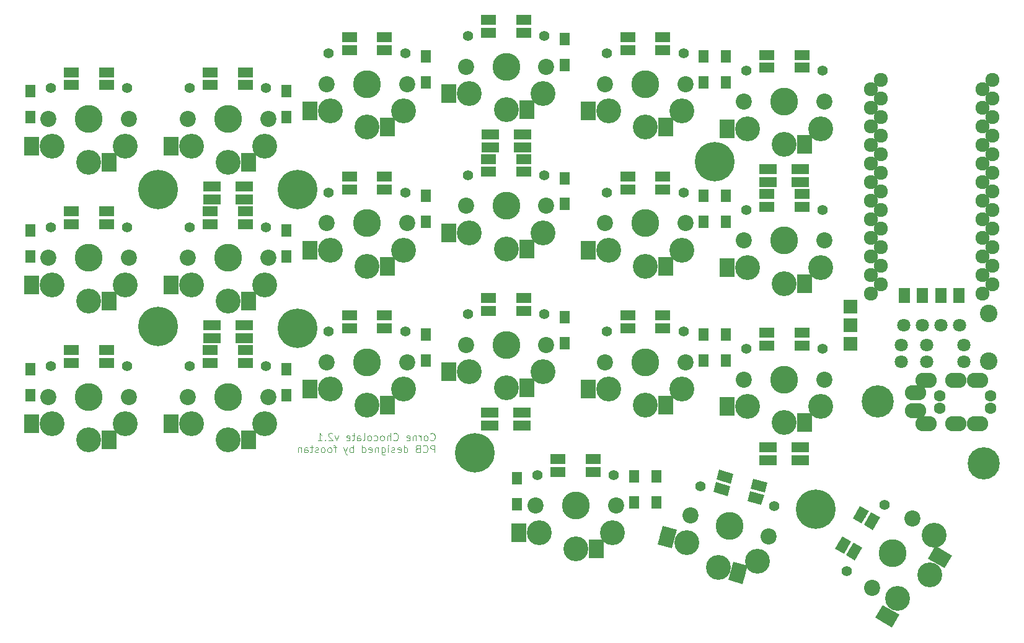
<source format=gbr>
G04 #@! TF.GenerationSoftware,KiCad,Pcbnew,(5.1.4)-1*
G04 #@! TF.CreationDate,2023-05-04T11:41:47-04:00*
G04 #@! TF.ProjectId,corne-chocolate,636f726e-652d-4636-986f-636f6c617465,2.1*
G04 #@! TF.SameCoordinates,Original*
G04 #@! TF.FileFunction,Soldermask,Bot*
G04 #@! TF.FilePolarity,Negative*
%FSLAX46Y46*%
G04 Gerber Fmt 4.6, Leading zero omitted, Abs format (unit mm)*
G04 Created by KiCad (PCBNEW (5.1.4)-1) date 2023-05-04 11:41:47*
%MOMM*%
%LPD*%
G04 APERTURE LIST*
%ADD10C,0.125000*%
%ADD11C,2.200000*%
%ADD12C,3.800000*%
%ADD13C,3.400000*%
%ADD14C,2.000000*%
%ADD15C,0.100000*%
%ADD16C,1.400000*%
%ADD17R,2.000000X2.600000*%
%ADD18C,1.600000*%
%ADD19O,2.900000X2.100000*%
%ADD20R,2.400000X1.400000*%
%ADD21R,2.000000X1.400000*%
%ADD22C,1.924000*%
%ADD23R,1.350000X1.700000*%
%ADD24C,1.797000*%
%ADD25R,1.543000X1.035000*%
%ADD26R,1.924000X1.924000*%
%ADD27C,5.400000*%
%ADD28C,4.400000*%
%ADD29C,2.400000*%
G04 APERTURE END LIST*
D10*
X116659226Y-120994642D02*
X116706845Y-121042261D01*
X116849702Y-121089880D01*
X116944940Y-121089880D01*
X117087797Y-121042261D01*
X117183035Y-120947023D01*
X117230654Y-120851785D01*
X117278273Y-120661309D01*
X117278273Y-120518452D01*
X117230654Y-120327976D01*
X117183035Y-120232738D01*
X117087797Y-120137500D01*
X116944940Y-120089880D01*
X116849702Y-120089880D01*
X116706845Y-120137500D01*
X116659226Y-120185119D01*
X116087797Y-121089880D02*
X116183035Y-121042261D01*
X116230654Y-120994642D01*
X116278273Y-120899404D01*
X116278273Y-120613690D01*
X116230654Y-120518452D01*
X116183035Y-120470833D01*
X116087797Y-120423214D01*
X115944940Y-120423214D01*
X115849702Y-120470833D01*
X115802083Y-120518452D01*
X115754464Y-120613690D01*
X115754464Y-120899404D01*
X115802083Y-120994642D01*
X115849702Y-121042261D01*
X115944940Y-121089880D01*
X116087797Y-121089880D01*
X115325892Y-121089880D02*
X115325892Y-120423214D01*
X115325892Y-120613690D02*
X115278273Y-120518452D01*
X115230654Y-120470833D01*
X115135416Y-120423214D01*
X115040178Y-120423214D01*
X114706845Y-120423214D02*
X114706845Y-121089880D01*
X114706845Y-120518452D02*
X114659226Y-120470833D01*
X114563988Y-120423214D01*
X114421130Y-120423214D01*
X114325892Y-120470833D01*
X114278273Y-120566071D01*
X114278273Y-121089880D01*
X113421130Y-121042261D02*
X113516369Y-121089880D01*
X113706845Y-121089880D01*
X113802083Y-121042261D01*
X113849702Y-120947023D01*
X113849702Y-120566071D01*
X113802083Y-120470833D01*
X113706845Y-120423214D01*
X113516369Y-120423214D01*
X113421130Y-120470833D01*
X113373511Y-120566071D01*
X113373511Y-120661309D01*
X113849702Y-120756547D01*
X111611607Y-120994642D02*
X111659226Y-121042261D01*
X111802083Y-121089880D01*
X111897321Y-121089880D01*
X112040178Y-121042261D01*
X112135416Y-120947023D01*
X112183035Y-120851785D01*
X112230654Y-120661309D01*
X112230654Y-120518452D01*
X112183035Y-120327976D01*
X112135416Y-120232738D01*
X112040178Y-120137500D01*
X111897321Y-120089880D01*
X111802083Y-120089880D01*
X111659226Y-120137500D01*
X111611607Y-120185119D01*
X111183035Y-121089880D02*
X111183035Y-120089880D01*
X110754464Y-121089880D02*
X110754464Y-120566071D01*
X110802083Y-120470833D01*
X110897321Y-120423214D01*
X111040178Y-120423214D01*
X111135416Y-120470833D01*
X111183035Y-120518452D01*
X110135416Y-121089880D02*
X110230654Y-121042261D01*
X110278273Y-120994642D01*
X110325892Y-120899404D01*
X110325892Y-120613690D01*
X110278273Y-120518452D01*
X110230654Y-120470833D01*
X110135416Y-120423214D01*
X109992559Y-120423214D01*
X109897321Y-120470833D01*
X109849702Y-120518452D01*
X109802083Y-120613690D01*
X109802083Y-120899404D01*
X109849702Y-120994642D01*
X109897321Y-121042261D01*
X109992559Y-121089880D01*
X110135416Y-121089880D01*
X108944940Y-121042261D02*
X109040178Y-121089880D01*
X109230654Y-121089880D01*
X109325892Y-121042261D01*
X109373511Y-120994642D01*
X109421130Y-120899404D01*
X109421130Y-120613690D01*
X109373511Y-120518452D01*
X109325892Y-120470833D01*
X109230654Y-120423214D01*
X109040178Y-120423214D01*
X108944940Y-120470833D01*
X108373511Y-121089880D02*
X108468750Y-121042261D01*
X108516369Y-120994642D01*
X108563988Y-120899404D01*
X108563988Y-120613690D01*
X108516369Y-120518452D01*
X108468750Y-120470833D01*
X108373511Y-120423214D01*
X108230654Y-120423214D01*
X108135416Y-120470833D01*
X108087797Y-120518452D01*
X108040178Y-120613690D01*
X108040178Y-120899404D01*
X108087797Y-120994642D01*
X108135416Y-121042261D01*
X108230654Y-121089880D01*
X108373511Y-121089880D01*
X107468750Y-121089880D02*
X107563988Y-121042261D01*
X107611607Y-120947023D01*
X107611607Y-120089880D01*
X106659226Y-121089880D02*
X106659226Y-120566071D01*
X106706845Y-120470833D01*
X106802083Y-120423214D01*
X106992559Y-120423214D01*
X107087797Y-120470833D01*
X106659226Y-121042261D02*
X106754464Y-121089880D01*
X106992559Y-121089880D01*
X107087797Y-121042261D01*
X107135416Y-120947023D01*
X107135416Y-120851785D01*
X107087797Y-120756547D01*
X106992559Y-120708928D01*
X106754464Y-120708928D01*
X106659226Y-120661309D01*
X106325892Y-120423214D02*
X105944940Y-120423214D01*
X106183035Y-120089880D02*
X106183035Y-120947023D01*
X106135416Y-121042261D01*
X106040178Y-121089880D01*
X105944940Y-121089880D01*
X105230654Y-121042261D02*
X105325892Y-121089880D01*
X105516369Y-121089880D01*
X105611607Y-121042261D01*
X105659226Y-120947023D01*
X105659226Y-120566071D01*
X105611607Y-120470833D01*
X105516369Y-120423214D01*
X105325892Y-120423214D01*
X105230654Y-120470833D01*
X105183035Y-120566071D01*
X105183035Y-120661309D01*
X105659226Y-120756547D01*
X104087797Y-120423214D02*
X103849702Y-121089880D01*
X103611607Y-120423214D01*
X103278273Y-120185119D02*
X103230654Y-120137500D01*
X103135416Y-120089880D01*
X102897321Y-120089880D01*
X102802083Y-120137500D01*
X102754464Y-120185119D01*
X102706845Y-120280357D01*
X102706845Y-120375595D01*
X102754464Y-120518452D01*
X103325892Y-121089880D01*
X102706845Y-121089880D01*
X102278273Y-120994642D02*
X102230654Y-121042261D01*
X102278273Y-121089880D01*
X102325892Y-121042261D01*
X102278273Y-120994642D01*
X102278273Y-121089880D01*
X101278273Y-121089880D02*
X101849702Y-121089880D01*
X101563988Y-121089880D02*
X101563988Y-120089880D01*
X101659226Y-120232738D01*
X101754464Y-120327976D01*
X101849702Y-120375595D01*
X117230654Y-122714880D02*
X117230654Y-121714880D01*
X116849702Y-121714880D01*
X116754464Y-121762500D01*
X116706845Y-121810119D01*
X116659226Y-121905357D01*
X116659226Y-122048214D01*
X116706845Y-122143452D01*
X116754464Y-122191071D01*
X116849702Y-122238690D01*
X117230654Y-122238690D01*
X115659226Y-122619642D02*
X115706845Y-122667261D01*
X115849702Y-122714880D01*
X115944940Y-122714880D01*
X116087797Y-122667261D01*
X116183035Y-122572023D01*
X116230654Y-122476785D01*
X116278273Y-122286309D01*
X116278273Y-122143452D01*
X116230654Y-121952976D01*
X116183035Y-121857738D01*
X116087797Y-121762500D01*
X115944940Y-121714880D01*
X115849702Y-121714880D01*
X115706845Y-121762500D01*
X115659226Y-121810119D01*
X114897321Y-122191071D02*
X114754464Y-122238690D01*
X114706845Y-122286309D01*
X114659226Y-122381547D01*
X114659226Y-122524404D01*
X114706845Y-122619642D01*
X114754464Y-122667261D01*
X114849702Y-122714880D01*
X115230654Y-122714880D01*
X115230654Y-121714880D01*
X114897321Y-121714880D01*
X114802083Y-121762500D01*
X114754464Y-121810119D01*
X114706845Y-121905357D01*
X114706845Y-122000595D01*
X114754464Y-122095833D01*
X114802083Y-122143452D01*
X114897321Y-122191071D01*
X115230654Y-122191071D01*
X113040178Y-122714880D02*
X113040178Y-121714880D01*
X113040178Y-122667261D02*
X113135416Y-122714880D01*
X113325892Y-122714880D01*
X113421130Y-122667261D01*
X113468750Y-122619642D01*
X113516369Y-122524404D01*
X113516369Y-122238690D01*
X113468750Y-122143452D01*
X113421130Y-122095833D01*
X113325892Y-122048214D01*
X113135416Y-122048214D01*
X113040178Y-122095833D01*
X112183035Y-122667261D02*
X112278273Y-122714880D01*
X112468750Y-122714880D01*
X112563988Y-122667261D01*
X112611607Y-122572023D01*
X112611607Y-122191071D01*
X112563988Y-122095833D01*
X112468750Y-122048214D01*
X112278273Y-122048214D01*
X112183035Y-122095833D01*
X112135416Y-122191071D01*
X112135416Y-122286309D01*
X112611607Y-122381547D01*
X111754464Y-122667261D02*
X111659226Y-122714880D01*
X111468750Y-122714880D01*
X111373511Y-122667261D01*
X111325892Y-122572023D01*
X111325892Y-122524404D01*
X111373511Y-122429166D01*
X111468750Y-122381547D01*
X111611607Y-122381547D01*
X111706845Y-122333928D01*
X111754464Y-122238690D01*
X111754464Y-122191071D01*
X111706845Y-122095833D01*
X111611607Y-122048214D01*
X111468750Y-122048214D01*
X111373511Y-122095833D01*
X110897321Y-122714880D02*
X110897321Y-122048214D01*
X110897321Y-121714880D02*
X110944940Y-121762500D01*
X110897321Y-121810119D01*
X110849702Y-121762500D01*
X110897321Y-121714880D01*
X110897321Y-121810119D01*
X109992559Y-122048214D02*
X109992559Y-122857738D01*
X110040178Y-122952976D01*
X110087797Y-123000595D01*
X110183035Y-123048214D01*
X110325892Y-123048214D01*
X110421130Y-123000595D01*
X109992559Y-122667261D02*
X110087797Y-122714880D01*
X110278273Y-122714880D01*
X110373511Y-122667261D01*
X110421130Y-122619642D01*
X110468750Y-122524404D01*
X110468750Y-122238690D01*
X110421130Y-122143452D01*
X110373511Y-122095833D01*
X110278273Y-122048214D01*
X110087797Y-122048214D01*
X109992559Y-122095833D01*
X109516369Y-122048214D02*
X109516369Y-122714880D01*
X109516369Y-122143452D02*
X109468750Y-122095833D01*
X109373511Y-122048214D01*
X109230654Y-122048214D01*
X109135416Y-122095833D01*
X109087797Y-122191071D01*
X109087797Y-122714880D01*
X108230654Y-122667261D02*
X108325892Y-122714880D01*
X108516369Y-122714880D01*
X108611607Y-122667261D01*
X108659226Y-122572023D01*
X108659226Y-122191071D01*
X108611607Y-122095833D01*
X108516369Y-122048214D01*
X108325892Y-122048214D01*
X108230654Y-122095833D01*
X108183035Y-122191071D01*
X108183035Y-122286309D01*
X108659226Y-122381547D01*
X107325892Y-122714880D02*
X107325892Y-121714880D01*
X107325892Y-122667261D02*
X107421130Y-122714880D01*
X107611607Y-122714880D01*
X107706845Y-122667261D01*
X107754464Y-122619642D01*
X107802083Y-122524404D01*
X107802083Y-122238690D01*
X107754464Y-122143452D01*
X107706845Y-122095833D01*
X107611607Y-122048214D01*
X107421130Y-122048214D01*
X107325892Y-122095833D01*
X106087797Y-122714880D02*
X106087797Y-121714880D01*
X106087797Y-122095833D02*
X105992559Y-122048214D01*
X105802083Y-122048214D01*
X105706845Y-122095833D01*
X105659226Y-122143452D01*
X105611607Y-122238690D01*
X105611607Y-122524404D01*
X105659226Y-122619642D01*
X105706845Y-122667261D01*
X105802083Y-122714880D01*
X105992559Y-122714880D01*
X106087797Y-122667261D01*
X105278273Y-122048214D02*
X105040178Y-122714880D01*
X104802083Y-122048214D02*
X105040178Y-122714880D01*
X105135416Y-122952976D01*
X105183035Y-123000595D01*
X105278273Y-123048214D01*
X103802083Y-122048214D02*
X103421130Y-122048214D01*
X103659226Y-122714880D02*
X103659226Y-121857738D01*
X103611607Y-121762500D01*
X103516369Y-121714880D01*
X103421130Y-121714880D01*
X102944940Y-122714880D02*
X103040178Y-122667261D01*
X103087797Y-122619642D01*
X103135416Y-122524404D01*
X103135416Y-122238690D01*
X103087797Y-122143452D01*
X103040178Y-122095833D01*
X102944940Y-122048214D01*
X102802083Y-122048214D01*
X102706845Y-122095833D01*
X102659226Y-122143452D01*
X102611607Y-122238690D01*
X102611607Y-122524404D01*
X102659226Y-122619642D01*
X102706845Y-122667261D01*
X102802083Y-122714880D01*
X102944940Y-122714880D01*
X102040178Y-122714880D02*
X102135416Y-122667261D01*
X102183035Y-122619642D01*
X102230654Y-122524404D01*
X102230654Y-122238690D01*
X102183035Y-122143452D01*
X102135416Y-122095833D01*
X102040178Y-122048214D01*
X101897321Y-122048214D01*
X101802083Y-122095833D01*
X101754464Y-122143452D01*
X101706845Y-122238690D01*
X101706845Y-122524404D01*
X101754464Y-122619642D01*
X101802083Y-122667261D01*
X101897321Y-122714880D01*
X102040178Y-122714880D01*
X101325892Y-122667261D02*
X101230654Y-122714880D01*
X101040178Y-122714880D01*
X100944940Y-122667261D01*
X100897321Y-122572023D01*
X100897321Y-122524404D01*
X100944940Y-122429166D01*
X101040178Y-122381547D01*
X101183035Y-122381547D01*
X101278273Y-122333928D01*
X101325892Y-122238690D01*
X101325892Y-122191071D01*
X101278273Y-122095833D01*
X101183035Y-122048214D01*
X101040178Y-122048214D01*
X100944940Y-122095833D01*
X100611607Y-122048214D02*
X100230654Y-122048214D01*
X100468750Y-121714880D02*
X100468750Y-122572023D01*
X100421130Y-122667261D01*
X100325892Y-122714880D01*
X100230654Y-122714880D01*
X99468750Y-122714880D02*
X99468750Y-122191071D01*
X99516369Y-122095833D01*
X99611607Y-122048214D01*
X99802083Y-122048214D01*
X99897321Y-122095833D01*
X99468750Y-122667261D02*
X99563988Y-122714880D01*
X99802083Y-122714880D01*
X99897321Y-122667261D01*
X99944940Y-122572023D01*
X99944940Y-122476785D01*
X99897321Y-122381547D01*
X99802083Y-122333928D01*
X99563988Y-122333928D01*
X99468750Y-122286309D01*
X98992559Y-122048214D02*
X98992559Y-122714880D01*
X98992559Y-122143452D02*
X98944940Y-122095833D01*
X98849702Y-122048214D01*
X98706845Y-122048214D01*
X98611607Y-122095833D01*
X98563988Y-122191071D01*
X98563988Y-122714880D01*
D11*
X182500000Y-131736860D03*
X177000000Y-141263140D03*
D12*
X179750000Y-136500000D03*
D13*
X184859550Y-139450000D03*
X180454294Y-142680127D03*
D14*
X186259550Y-137025129D03*
D15*
G36*
X185633717Y-135509104D02*
G01*
X187885383Y-136809104D01*
X186885383Y-138541154D01*
X184633717Y-137241154D01*
X185633717Y-135509104D01*
X185633717Y-135509104D01*
G37*
D14*
X179054294Y-145104998D03*
D15*
G36*
X178428461Y-143588973D02*
G01*
X180680127Y-144888973D01*
X179680127Y-146621023D01*
X177428461Y-145321023D01*
X178428461Y-143588973D01*
X178428461Y-143588973D01*
G37*
D13*
X185454294Y-134019873D03*
D16*
X173502693Y-138920653D03*
X178722693Y-129879347D03*
D11*
X75500000Y-77125000D03*
X64500000Y-77125000D03*
D12*
X70000000Y-77125000D03*
D13*
X70000000Y-83025000D03*
X65000000Y-80825000D03*
D17*
X72800000Y-83025000D03*
X62200000Y-80825000D03*
D13*
X75000000Y-80825000D03*
D16*
X64780000Y-72925000D03*
X75220000Y-72925000D03*
D11*
X162812592Y-134173505D03*
X152187408Y-131326495D03*
D12*
X157500000Y-132750000D03*
D13*
X155972968Y-138448962D03*
X151712740Y-135029830D03*
D14*
X158677560Y-139173656D03*
D15*
G36*
X159979951Y-138176771D02*
G01*
X159307021Y-140688179D01*
X157375169Y-140170541D01*
X158048099Y-137659133D01*
X159979951Y-138176771D01*
X159979951Y-138176771D01*
G37*
D14*
X149008148Y-134305137D03*
D15*
G36*
X150310539Y-133308252D02*
G01*
X149637609Y-135819660D01*
X147705757Y-135302022D01*
X148378687Y-132790614D01*
X150310539Y-133308252D01*
X150310539Y-133308252D01*
G37*
D13*
X161371999Y-137618021D03*
D16*
X153544907Y-127342076D03*
X163629173Y-130044147D03*
D11*
X151500000Y-91375000D03*
X140500000Y-91375000D03*
D12*
X146000000Y-91375000D03*
D13*
X146000000Y-97275000D03*
X141000000Y-95075000D03*
D17*
X148800000Y-97275000D03*
X138200000Y-95075000D03*
D13*
X151000000Y-95075000D03*
D16*
X140780000Y-87175000D03*
X151220000Y-87175000D03*
D11*
X170500000Y-112750000D03*
X159500000Y-112750000D03*
D12*
X165000000Y-112750000D03*
D13*
X165000000Y-118650000D03*
X160000000Y-116450000D03*
D17*
X167800000Y-118650000D03*
X157200000Y-116450000D03*
D13*
X170000000Y-116450000D03*
D16*
X159780000Y-108550000D03*
X170220000Y-108550000D03*
D11*
X170500000Y-93750000D03*
X159500000Y-93750000D03*
D12*
X165000000Y-93750000D03*
D13*
X165000000Y-99650000D03*
X160000000Y-97450000D03*
D17*
X167800000Y-99650000D03*
X157200000Y-97450000D03*
D13*
X170000000Y-97450000D03*
D16*
X159780000Y-89550000D03*
X170220000Y-89550000D03*
D11*
X170500000Y-74750000D03*
X159500000Y-74750000D03*
D12*
X165000000Y-74750000D03*
D13*
X165000000Y-80650000D03*
X160000000Y-78450000D03*
D17*
X167800000Y-80650000D03*
X157200000Y-78450000D03*
D13*
X170000000Y-78450000D03*
D16*
X159780000Y-70550000D03*
X170220000Y-70550000D03*
D11*
X151500000Y-72375000D03*
X140500000Y-72375000D03*
D12*
X146000000Y-72375000D03*
D13*
X146000000Y-78275000D03*
X141000000Y-76075000D03*
D17*
X148800000Y-78275000D03*
X138200000Y-76075000D03*
D13*
X151000000Y-76075000D03*
D16*
X140780000Y-68175000D03*
X151220000Y-68175000D03*
D11*
X113500000Y-110375000D03*
X102500000Y-110375000D03*
D12*
X108000000Y-110375000D03*
D13*
X108000000Y-116275000D03*
X103000000Y-114075000D03*
D17*
X110800000Y-116275000D03*
X100200000Y-114075000D03*
D13*
X113000000Y-114075000D03*
D16*
X102780000Y-106175000D03*
X113220000Y-106175000D03*
D11*
X132500000Y-89000000D03*
X121500000Y-89000000D03*
D12*
X127000000Y-89000000D03*
D13*
X127000000Y-94900000D03*
X122000000Y-92700000D03*
D17*
X129800000Y-94900000D03*
X119200000Y-92700000D03*
D13*
X132000000Y-92700000D03*
D16*
X121780000Y-84800000D03*
X132220000Y-84800000D03*
D11*
X113500000Y-72375000D03*
X102500000Y-72375000D03*
D12*
X108000000Y-72375000D03*
D13*
X108000000Y-78275000D03*
X103000000Y-76075000D03*
D17*
X110800000Y-78275000D03*
X100200000Y-76075000D03*
D13*
X113000000Y-76075000D03*
D16*
X102780000Y-68175000D03*
X113220000Y-68175000D03*
D11*
X94500000Y-115125000D03*
X83500000Y-115125000D03*
D12*
X89000000Y-115125000D03*
D13*
X89000000Y-121025000D03*
X84000000Y-118825000D03*
D17*
X91800000Y-121025000D03*
X81200000Y-118825000D03*
D13*
X94000000Y-118825000D03*
D16*
X83780000Y-110925000D03*
X94220000Y-110925000D03*
D11*
X94500000Y-77125000D03*
X83500000Y-77125000D03*
D12*
X89000000Y-77125000D03*
D13*
X89000000Y-83025000D03*
X84000000Y-80825000D03*
D17*
X91800000Y-83025000D03*
X81200000Y-80825000D03*
D13*
X94000000Y-80825000D03*
D16*
X83780000Y-72925000D03*
X94220000Y-72925000D03*
D11*
X151500000Y-110375000D03*
X140500000Y-110375000D03*
D12*
X146000000Y-110375000D03*
D13*
X146000000Y-116275000D03*
X141000000Y-114075000D03*
D17*
X148800000Y-116275000D03*
X138200000Y-114075000D03*
D13*
X151000000Y-114075000D03*
D16*
X140780000Y-106175000D03*
X151220000Y-106175000D03*
D11*
X132500000Y-70000000D03*
X121500000Y-70000000D03*
D12*
X127000000Y-70000000D03*
D13*
X127000000Y-75900000D03*
X122000000Y-73700000D03*
D17*
X129800000Y-75900000D03*
X119200000Y-73700000D03*
D13*
X132000000Y-73700000D03*
D16*
X121780000Y-65800000D03*
X132220000Y-65800000D03*
D11*
X132500000Y-108000000D03*
X121500000Y-108000000D03*
D12*
X127000000Y-108000000D03*
D13*
X127000000Y-113900000D03*
X122000000Y-111700000D03*
D17*
X129800000Y-113900000D03*
X119200000Y-111700000D03*
D13*
X132000000Y-111700000D03*
D16*
X121780000Y-103800000D03*
X132220000Y-103800000D03*
D11*
X142000000Y-130000000D03*
X131000000Y-130000000D03*
D12*
X136500000Y-130000000D03*
D13*
X136500000Y-135900000D03*
X131500000Y-133700000D03*
D17*
X139300000Y-135900000D03*
X128700000Y-133700000D03*
D13*
X141500000Y-133700000D03*
D16*
X131280000Y-125800000D03*
X141720000Y-125800000D03*
D11*
X75500000Y-115125000D03*
X64500000Y-115125000D03*
D12*
X70000000Y-115125000D03*
D13*
X70000000Y-121025000D03*
X65000000Y-118825000D03*
D17*
X72800000Y-121025000D03*
X62200000Y-118825000D03*
D13*
X75000000Y-118825000D03*
D16*
X64780000Y-110925000D03*
X75220000Y-110925000D03*
D11*
X113500000Y-91375000D03*
X102500000Y-91375000D03*
D12*
X108000000Y-91375000D03*
D13*
X108000000Y-97275000D03*
X103000000Y-95075000D03*
D17*
X110800000Y-97275000D03*
X100200000Y-95075000D03*
D13*
X113000000Y-95075000D03*
D16*
X102780000Y-87175000D03*
X113220000Y-87175000D03*
D11*
X94500000Y-96125000D03*
X83500000Y-96125000D03*
D12*
X89000000Y-96125000D03*
D13*
X89000000Y-102025000D03*
X84000000Y-99825000D03*
D17*
X91800000Y-102025000D03*
X81200000Y-99825000D03*
D13*
X94000000Y-99825000D03*
D16*
X83780000Y-91925000D03*
X94220000Y-91925000D03*
D11*
X75500000Y-96125000D03*
X64500000Y-96125000D03*
D12*
X70000000Y-96125000D03*
D13*
X70000000Y-102025000D03*
X65000000Y-99825000D03*
D17*
X72800000Y-102025000D03*
X62200000Y-99825000D03*
D13*
X75000000Y-99825000D03*
D16*
X64780000Y-91925000D03*
X75220000Y-91925000D03*
D18*
X186200000Y-114950000D03*
X193200000Y-114950000D03*
D19*
X184400000Y-112850000D03*
X182900000Y-117050000D03*
X191400000Y-112850000D03*
X188400000Y-112850000D03*
D18*
X193200000Y-116700000D03*
X186200000Y-116700000D03*
D19*
X191400000Y-118800000D03*
X188400000Y-118800000D03*
X184400000Y-118800000D03*
X182900000Y-114600000D03*
D20*
X162810000Y-123795000D03*
X162810000Y-122045000D03*
X167210000Y-122045000D03*
X167210000Y-123795000D03*
X167170000Y-84005000D03*
X167170000Y-85755000D03*
X162770000Y-85755000D03*
X162770000Y-84005000D03*
X129220000Y-79285000D03*
X129220000Y-81035000D03*
X124820000Y-81035000D03*
X124820000Y-79285000D03*
X91200000Y-86375000D03*
X91200000Y-88125000D03*
X86800000Y-88125000D03*
X86800000Y-86375000D03*
X86800000Y-107115000D03*
X86800000Y-105365000D03*
X91200000Y-105365000D03*
X91200000Y-107115000D03*
X124790000Y-119045000D03*
X124790000Y-117295000D03*
X129190000Y-117295000D03*
X129190000Y-119045000D03*
D16*
X175442228Y-131234039D03*
D15*
G36*
X175336010Y-130018014D02*
G01*
X176548446Y-130718014D01*
X175548446Y-132450064D01*
X174336010Y-131750064D01*
X175336010Y-130018014D01*
X175336010Y-130018014D01*
G37*
D16*
X176957772Y-132109039D03*
D15*
G36*
X176851554Y-130893014D02*
G01*
X178063990Y-131593014D01*
X177063990Y-133325064D01*
X175851554Y-132625064D01*
X176851554Y-130893014D01*
X176851554Y-130893014D01*
G37*
D16*
X174557772Y-136265961D03*
D15*
G36*
X174451554Y-135049936D02*
G01*
X175663990Y-135749936D01*
X174663990Y-137481986D01*
X173451554Y-136781986D01*
X174451554Y-135049936D01*
X174451554Y-135049936D01*
G37*
D16*
X173042228Y-135390961D03*
D15*
G36*
X172936010Y-134174936D02*
G01*
X174148446Y-134874936D01*
X173148446Y-136606986D01*
X171936010Y-135906986D01*
X172936010Y-134174936D01*
X172936010Y-134174936D01*
G37*
D16*
X156455311Y-127724019D03*
D15*
G36*
X155308212Y-128141348D02*
G01*
X155670559Y-126789052D01*
X157602410Y-127306690D01*
X157240063Y-128658986D01*
X155308212Y-128141348D01*
X155308212Y-128141348D01*
G37*
D16*
X156908245Y-126033649D03*
D15*
G36*
X155761146Y-126450978D02*
G01*
X156123493Y-125098682D01*
X158055344Y-125616320D01*
X157692997Y-126968616D01*
X155761146Y-126450978D01*
X155761146Y-126450978D01*
G37*
D16*
X161544689Y-127275981D03*
D15*
G36*
X160397590Y-127693310D02*
G01*
X160759937Y-126341014D01*
X162691788Y-126858652D01*
X162329441Y-128210948D01*
X160397590Y-127693310D01*
X160397590Y-127693310D01*
G37*
D16*
X161091755Y-128966351D03*
D15*
G36*
X159944656Y-129383680D02*
G01*
X160307003Y-128031384D01*
X162238854Y-128549022D01*
X161876507Y-129901318D01*
X159944656Y-129383680D01*
X159944656Y-129383680D01*
G37*
D21*
X134100000Y-125375000D03*
X134100000Y-123625000D03*
X138900000Y-123625000D03*
X138900000Y-125375000D03*
X162600000Y-108125000D03*
X162600000Y-106375000D03*
X167400000Y-106375000D03*
X167400000Y-108125000D03*
X143600000Y-105750000D03*
X143600000Y-104000000D03*
X148400000Y-104000000D03*
X148400000Y-105750000D03*
X124600000Y-103375000D03*
X124600000Y-101625000D03*
X129400000Y-101625000D03*
X129400000Y-103375000D03*
X105600000Y-105750000D03*
X105600000Y-104000000D03*
X110400000Y-104000000D03*
X110400000Y-105750000D03*
X86600000Y-110500000D03*
X86600000Y-108750000D03*
X91400000Y-108750000D03*
X91400000Y-110500000D03*
X67600000Y-110500000D03*
X67600000Y-108750000D03*
X72400000Y-108750000D03*
X72400000Y-110500000D03*
X162600000Y-89125000D03*
X162600000Y-87375000D03*
X167400000Y-87375000D03*
X167400000Y-89125000D03*
X143600000Y-86750000D03*
X143600000Y-85000000D03*
X148400000Y-85000000D03*
X148400000Y-86750000D03*
X124600000Y-84375000D03*
X124600000Y-82625000D03*
X129400000Y-82625000D03*
X129400000Y-84375000D03*
X105600000Y-86750000D03*
X105600000Y-85000000D03*
X110400000Y-85000000D03*
X110400000Y-86750000D03*
X86600000Y-91500000D03*
X86600000Y-89750000D03*
X91400000Y-89750000D03*
X91400000Y-91500000D03*
X67600000Y-91500000D03*
X67600000Y-89750000D03*
X72400000Y-89750000D03*
X72400000Y-91500000D03*
X162600000Y-70125000D03*
X162600000Y-68375000D03*
X167400000Y-68375000D03*
X167400000Y-70125000D03*
X143600000Y-67750000D03*
X143600000Y-66000000D03*
X148400000Y-66000000D03*
X148400000Y-67750000D03*
X124600000Y-65375000D03*
X124600000Y-63625000D03*
X129400000Y-63625000D03*
X129400000Y-65375000D03*
X105600000Y-67750000D03*
X105600000Y-66000000D03*
X110400000Y-66000000D03*
X110400000Y-67750000D03*
X86600000Y-72500000D03*
X86600000Y-70750000D03*
X91400000Y-70750000D03*
X91400000Y-72500000D03*
X67600000Y-72500000D03*
X67600000Y-70750000D03*
X72400000Y-70750000D03*
X72400000Y-72500000D03*
D22*
X192100000Y-73042000D03*
X192100000Y-75582000D03*
X192100000Y-78122000D03*
X192100000Y-80662000D03*
X192100000Y-83202000D03*
X192100000Y-85742000D03*
X192100000Y-88282000D03*
X192100000Y-90822000D03*
X192100000Y-93362000D03*
X192100000Y-95902000D03*
X192100000Y-98442000D03*
X192100000Y-100982000D03*
X176860000Y-100982000D03*
X176860000Y-98442000D03*
X176860000Y-95902000D03*
X176860000Y-93362000D03*
X176860000Y-90822000D03*
X176860000Y-88282000D03*
X176860000Y-85742000D03*
X176860000Y-83202000D03*
X176860000Y-80662000D03*
X176860000Y-78122000D03*
X176860000Y-75582000D03*
X176860000Y-73042000D03*
X193406400Y-71772000D03*
X193406400Y-74312000D03*
X193406400Y-76852000D03*
X193406400Y-79392000D03*
X193406400Y-81932000D03*
X193406400Y-84472000D03*
X193406400Y-87012000D03*
X193406400Y-89552000D03*
X193406400Y-92092000D03*
X193406400Y-94632000D03*
X193406400Y-97172000D03*
X193406400Y-99712000D03*
X178186400Y-99712000D03*
X178186400Y-97172000D03*
X178186400Y-94632000D03*
X178186400Y-92092000D03*
X178186400Y-89552000D03*
X178186400Y-87012000D03*
X178186400Y-84472000D03*
X178186400Y-81932000D03*
X178186400Y-79392000D03*
X178186400Y-76852000D03*
X178186400Y-74312000D03*
X178186400Y-71772000D03*
D23*
X154000000Y-68600000D03*
X154000000Y-72150000D03*
X62000000Y-73350000D03*
X62000000Y-76900000D03*
X97000000Y-73350000D03*
X97000000Y-76900000D03*
X116000000Y-68600000D03*
X116000000Y-72150000D03*
X135000000Y-66225000D03*
X135000000Y-69775000D03*
X157000000Y-68600000D03*
X157000000Y-72150000D03*
X62000000Y-92350000D03*
X62000000Y-95900000D03*
X97000000Y-92350000D03*
X97000000Y-95900000D03*
X116000000Y-87600000D03*
X116000000Y-91150000D03*
X135000000Y-85225000D03*
X135000000Y-88775000D03*
X154000000Y-87600000D03*
X154000000Y-91150000D03*
X157000000Y-87600000D03*
X157000000Y-91150000D03*
X62000000Y-111350000D03*
X62000000Y-114900000D03*
X97000000Y-111350000D03*
X97000000Y-114900000D03*
X116000000Y-106600000D03*
X116000000Y-110150000D03*
X135000000Y-104225000D03*
X135000000Y-107775000D03*
X157000000Y-106600000D03*
X157000000Y-110150000D03*
X128500000Y-126225000D03*
X128500000Y-129775000D03*
X144500000Y-125975000D03*
X144500000Y-129525000D03*
X147500000Y-125975000D03*
X147500000Y-129525000D03*
X154000000Y-106600000D03*
X154000000Y-110150000D03*
D24*
X189540000Y-108000000D03*
X184460000Y-108000000D03*
X189540000Y-110300000D03*
X184460000Y-110300000D03*
D25*
X188875000Y-100749620D03*
X188875000Y-101750380D03*
X186375000Y-100749620D03*
X186375000Y-101750380D03*
X183875000Y-100749620D03*
X183875000Y-101750380D03*
X181375000Y-100749620D03*
X181375000Y-101750380D03*
D26*
X174000000Y-102820000D03*
X174000000Y-105360000D03*
X174000000Y-107900000D03*
D24*
X181300000Y-105300000D03*
X183840000Y-105300000D03*
X186380000Y-105300000D03*
X188920000Y-105300000D03*
D27*
X79500000Y-105500000D03*
D28*
X177750000Y-115750000D03*
X192250000Y-124250000D03*
D27*
X79500000Y-86750000D03*
X98500000Y-86750000D03*
X98500000Y-105750000D03*
X155500000Y-83000000D03*
X122750000Y-122750000D03*
X169250000Y-130500000D03*
D24*
X181000000Y-108000000D03*
X181000000Y-110300000D03*
D29*
X192900000Y-103750000D03*
X192900000Y-110250000D03*
M02*

</source>
